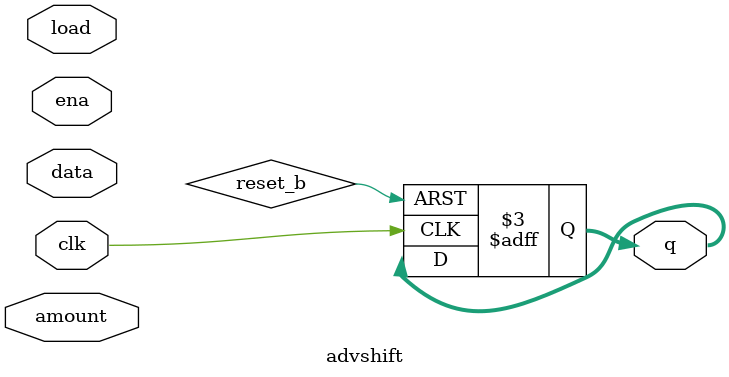
<source format=v>
module advshift(input clk,
input load,
input ena,
input [1:0] amount,
input [63:0] data,
output reg [63:0] q); 
// when load is high, assign data[63:0] to shift register q.
// if ena is high, shift q.
// amount: Chooses which direction and how much to shift.
// 2'b00: shift left by 1 bit.
// 2'b01: shift left by 8 bits.
// 2'b10: shift right by 1 bit.
// 2'b11: shift right by 8 bits.

                     reg [63:0] product;
  
   always @(posedge clk, negedge reset_b)
     if (!reset_b)
       begin
           q <= 0;
           product <= 0;
       end
     else
       begin
           // (STATE MACHINE) no parity; reset the loop
           if (load)
             begin
                //q <= data;
     end
end
endmodule

</source>
